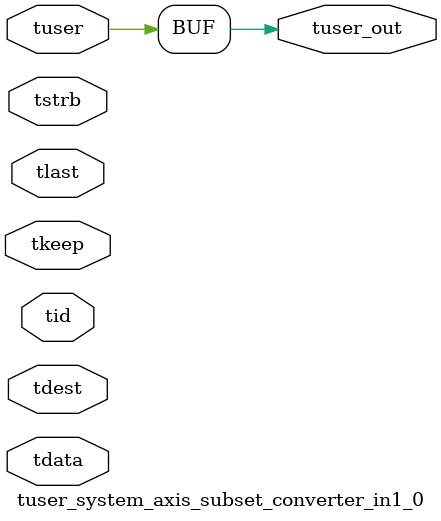
<source format=v>


`timescale 1ps/1ps

module tuser_system_axis_subset_converter_in1_0 #
(
parameter C_S_AXIS_TUSER_WIDTH = 1,
parameter C_S_AXIS_TDATA_WIDTH = 32,
parameter C_S_AXIS_TID_WIDTH   = 0,
parameter C_S_AXIS_TDEST_WIDTH = 0,
parameter C_M_AXIS_TUSER_WIDTH = 1
)
(
input  [(C_S_AXIS_TUSER_WIDTH == 0 ? 1 : C_S_AXIS_TUSER_WIDTH)-1:0     ] tuser,
input  [(C_S_AXIS_TDATA_WIDTH == 0 ? 1 : C_S_AXIS_TDATA_WIDTH)-1:0     ] tdata,
input  [(C_S_AXIS_TID_WIDTH   == 0 ? 1 : C_S_AXIS_TID_WIDTH)-1:0       ] tid,
input  [(C_S_AXIS_TDEST_WIDTH == 0 ? 1 : C_S_AXIS_TDEST_WIDTH)-1:0     ] tdest,
input  [(C_S_AXIS_TDATA_WIDTH/8)-1:0 ] tkeep,
input  [(C_S_AXIS_TDATA_WIDTH/8)-1:0 ] tstrb,
input                                                                    tlast,
output [C_M_AXIS_TUSER_WIDTH-1:0] tuser_out
);

assign tuser_out = {tuser[0:0]};

endmodule


</source>
